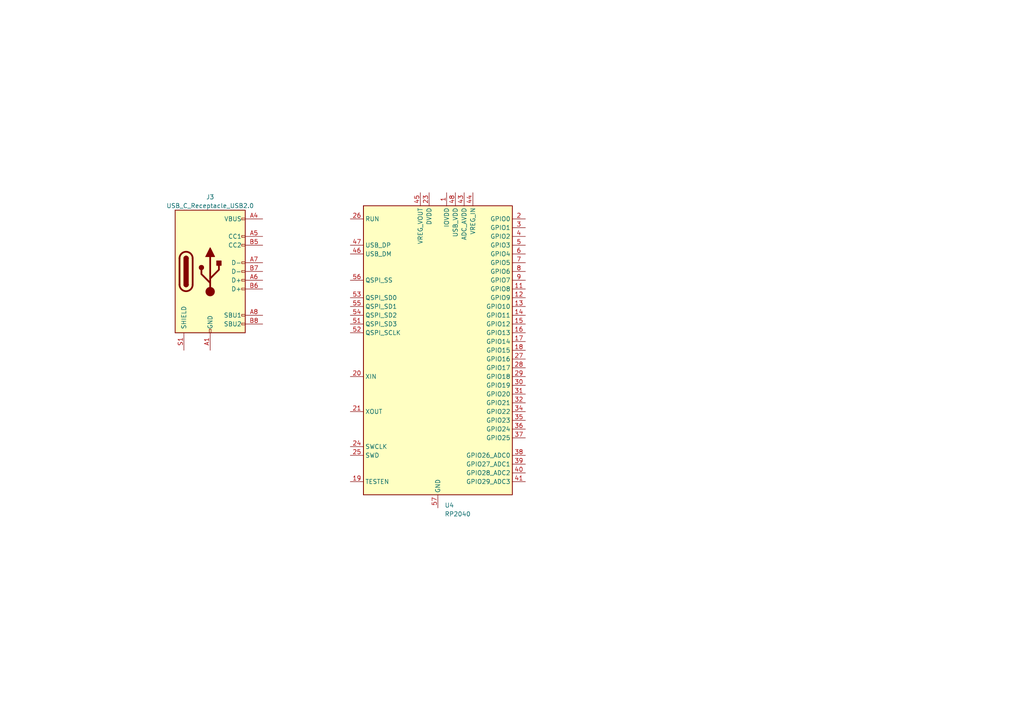
<source format=kicad_sch>
(kicad_sch (version 20230409) (generator eeschema)
  (paper "A4")
  (title_block (title "Power_RP2040") (company "MUREX Robotics") (comment 4 "Author: Max Liu"))
  (lib_symbols
    (symbol "Connector:USB_C_Receptacle_USB2.0" (pin_names (offset 1.016))
      (property "Reference" "J" (at -10.16 19.05 0))
      (property "Value" "USB_C_Receptacle_USB2.0" (at 19.05 19.05 0))
      (symbol "USB_C_Receptacle_USB2.0_0_0"
        (rectangle (start -0.254 -17.78) (end 0.254 -16.764))
        (rectangle (start 10.16 -14.986) (end 9.144 -15.494))
        (rectangle (start 10.16 -12.446) (end 9.144 -12.954))
        (rectangle (start 10.16 -4.826) (end 9.144 -5.334))
        (rectangle (start 10.16 -2.286) (end 9.144 -2.794))
        (rectangle (start 10.16 0.254) (end 9.144 -0.254))
        (rectangle (start 10.16 2.794) (end 9.144 2.286))
        (rectangle (start 10.16 7.874) (end 9.144 7.366))
        (rectangle (start 10.16 10.414) (end 9.144 9.906))
        (rectangle (start 10.16 15.494) (end 9.144 14.986))
      )
      (symbol "USB_C_Receptacle_USB2.0_0_1"
        (rectangle (start -10.16 17.78) (end 10.16 -17.78) (stroke (width 0.254)) (fill (type background)))
        (arc (start -8.89 -3.81) (mid -6.985 -5.7067) (end -5.08 -3.81) (stroke (width 0.508)))
        (arc (start -7.62 -3.81) (mid -6.985 -4.4423) (end -6.35 -3.81) (stroke (width 0.254)))
        (arc (start -7.62 -3.81) (mid -6.985 -4.4423) (end -6.35 -3.81) (stroke (width 0.254)) (fill (type outline)))
        (rectangle (start -7.62 -3.81) (end -6.35 3.81) (stroke (width 0.254)) (fill (type outline)))
        (arc (start -6.35 3.81) (mid -6.985 4.4423) (end -7.62 3.81) (stroke (width 0.254)))
        (arc (start -6.35 3.81) (mid -6.985 4.4423) (end -7.62 3.81) (stroke (width 0.254)) (fill (type outline)))
        (arc (start -5.08 3.81) (mid -6.985 5.7067) (end -8.89 3.81) (stroke (width 0.508)))
        (circle (center -2.54 1.143) (radius 0.635) (stroke (width 0.254)) (fill (type outline)))
        (circle (center 0 -5.842) (radius 1.27) (fill (type outline)))
        (polyline (pts (xy -8.89 -3.81) (xy -8.89 3.81)) (stroke (width 0.508)))
        (polyline (pts (xy -5.08 3.81) (xy -5.08 -3.81)) (stroke (width 0.508)))
        (polyline (pts (xy 0 -5.842) (xy 0 4.318)) (stroke (width 0.508)))
        (polyline (pts (xy 0 -3.302) (xy -2.54 -0.762) (xy -2.54 0.508)) (stroke (width 0.508)))
        (polyline (pts (xy 0 -2.032) (xy 2.54 0.508) (xy 2.54 1.778)) (stroke (width 0.508)))
        (polyline (pts (xy -1.27 4.318) (xy 0 6.858) (xy 1.27 4.318) (xy -1.27 4.318)) (stroke (width 0.254)) (fill (type outline)))
        (rectangle (start 1.905 1.778) (end 3.175 3.048) (stroke (width 0.254)) (fill (type outline)))
      )
      (symbol "USB_C_Receptacle_USB2.0_1_1"
        (pin passive line (at 0 -22.86 90) (length 5.08) (name "GND") (number "A1"))
        (pin passive line (at 0 -22.86 90) (length 5.08) hide (name "GND") (number "A12"))
        (pin passive line (at 15.24 15.24 180) (length 5.08) (name "VBUS") (number "A4"))
        (pin bidirectional line (at 15.24 10.16 180) (length 5.08) (name "CC1") (number "A5"))
        (pin bidirectional line (at 15.24 -2.54 180) (length 5.08) (name "D+") (number "A6"))
        (pin bidirectional line (at 15.24 2.54 180) (length 5.08) (name "D-") (number "A7"))
        (pin bidirectional line (at 15.24 -12.7 180) (length 5.08) (name "SBU1") (number "A8"))
        (pin passive line (at 15.24 15.24 180) (length 5.08) hide (name "VBUS") (number "A9"))
        (pin passive line (at 0 -22.86 90) (length 5.08) hide (name "GND") (number "B1"))
        (pin passive line (at 0 -22.86 90) (length 5.08) hide (name "GND") (number "B12"))
        (pin passive line (at 15.24 15.24 180) (length 5.08) hide (name "VBUS") (number "B4"))
        (pin bidirectional line (at 15.24 7.62 180) (length 5.08) (name "CC2") (number "B5"))
        (pin bidirectional line (at 15.24 -5.08 180) (length 5.08) (name "D+") (number "B6"))
        (pin bidirectional line (at 15.24 0 180) (length 5.08) (name "D-") (number "B7"))
        (pin bidirectional line (at 15.24 -15.24 180) (length 5.08) (name "SBU2") (number "B8"))
        (pin passive line (at 15.24 15.24 180) (length 5.08) hide (name "VBUS") (number "B9"))
        (pin passive line (at -7.62 -22.86 90) (length 5.08) (name "SHIELD") (number "S1"))
      )
    )
    (symbol "MCU_RaspberryPi:RP2040"
      (property "Reference" "U" (at 17.78 45.72 0))
      (property "Value" "RP2040" (at 17.78 43.18 0))
      (symbol "RP2040_0_1"
        (rectangle (start -21.59 41.91) (end 21.59 -41.91) (stroke (width 0.254)) (fill (type background)))
      )
      (symbol "RP2040_1_1"
        (pin power_in line (at 2.54 45.72 270) (length 3.81) (name "IOVDD") (number "1"))
        (pin passive line (at 2.54 45.72 270) (length 3.81) hide (name "IOVDD") (number "10"))
        (pin bidirectional line (at 25.4 17.78 180) (length 3.81) (name "GPIO8") (number "11"))
        (pin bidirectional line (at 25.4 15.24 180) (length 3.81) (name "GPIO9") (number "12"))
        (pin bidirectional line (at 25.4 12.7 180) (length 3.81) (name "GPIO10") (number "13"))
        (pin bidirectional line (at 25.4 10.16 180) (length 3.81) (name "GPIO11") (number "14"))
        (pin bidirectional line (at 25.4 7.62 180) (length 3.81) (name "GPIO12") (number "15"))
        (pin bidirectional line (at 25.4 5.08 180) (length 3.81) (name "GPIO13") (number "16"))
        (pin bidirectional line (at 25.4 2.54 180) (length 3.81) (name "GPIO14") (number "17"))
        (pin bidirectional line (at 25.4 0 180) (length 3.81) (name "GPIO15") (number "18"))
        (pin input line (at -25.4 -38.1 0) (length 3.81) (name "TESTEN") (number "19"))
        (pin bidirectional line (at 25.4 38.1 180) (length 3.81) (name "GPIO0") (number "2"))
        (pin input line (at -25.4 -7.62 0) (length 3.81) (name "XIN") (number "20"))
        (pin passive line (at -25.4 -17.78 0) (length 3.81) (name "XOUT") (number "21"))
        (pin passive line (at 2.54 45.72 270) (length 3.81) hide (name "IOVDD") (number "22"))
        (pin power_in line (at -2.54 45.72 270) (length 3.81) (name "DVDD") (number "23"))
        (pin input line (at -25.4 -27.94 0) (length 3.81) (name "SWCLK") (number "24"))
        (pin bidirectional line (at -25.4 -30.48 0) (length 3.81) (name "SWD") (number "25"))
        (pin input line (at -25.4 38.1 0) (length 3.81) (name "RUN") (number "26"))
        (pin bidirectional line (at 25.4 -2.54 180) (length 3.81) (name "GPIO16") (number "27"))
        (pin bidirectional line (at 25.4 -5.08 180) (length 3.81) (name "GPIO17") (number "28"))
        (pin bidirectional line (at 25.4 -7.62 180) (length 3.81) (name "GPIO18") (number "29"))
        (pin bidirectional line (at 25.4 35.56 180) (length 3.81) (name "GPIO1") (number "3"))
        (pin bidirectional line (at 25.4 -10.16 180) (length 3.81) (name "GPIO19") (number "30"))
        (pin bidirectional line (at 25.4 -12.7 180) (length 3.81) (name "GPIO20") (number "31"))
        (pin bidirectional line (at 25.4 -15.24 180) (length 3.81) (name "GPIO21") (number "32"))
        (pin passive line (at 2.54 45.72 270) (length 3.81) hide (name "IOVDD") (number "33"))
        (pin bidirectional line (at 25.4 -17.78 180) (length 3.81) (name "GPIO22") (number "34"))
        (pin bidirectional line (at 25.4 -20.32 180) (length 3.81) (name "GPIO23") (number "35"))
        (pin bidirectional line (at 25.4 -22.86 180) (length 3.81) (name "GPIO24") (number "36"))
        (pin bidirectional line (at 25.4 -25.4 180) (length 3.81) (name "GPIO25") (number "37"))
        (pin bidirectional line (at 25.4 -30.48 180) (length 3.81) (name "GPIO26_ADC0") (number "38"))
        (pin bidirectional line (at 25.4 -33.02 180) (length 3.81) (name "GPIO27_ADC1") (number "39"))
        (pin bidirectional line (at 25.4 33.02 180) (length 3.81) (name "GPIO2") (number "4"))
        (pin bidirectional line (at 25.4 -35.56 180) (length 3.81) (name "GPIO28_ADC2") (number "40"))
        (pin bidirectional line (at 25.4 -38.1 180) (length 3.81) (name "GPIO29_ADC3") (number "41"))
        (pin passive line (at 2.54 45.72 270) (length 3.81) hide (name "IOVDD") (number "42"))
        (pin power_in line (at 7.62 45.72 270) (length 3.81) (name "ADC_AVDD") (number "43"))
        (pin power_in line (at 10.16 45.72 270) (length 3.81) (name "VREG_IN") (number "44"))
        (pin power_out line (at -5.08 45.72 270) (length 3.81) (name "VREG_VOUT") (number "45"))
        (pin bidirectional line (at -25.4 27.94 0) (length 3.81) (name "USB_DM") (number "46"))
        (pin bidirectional line (at -25.4 30.48 0) (length 3.81) (name "USB_DP") (number "47"))
        (pin power_in line (at 5.08 45.72 270) (length 3.81) (name "USB_VDD") (number "48"))
        (pin passive line (at 2.54 45.72 270) (length 3.81) hide (name "IOVDD") (number "49"))
        (pin bidirectional line (at 25.4 30.48 180) (length 3.81) (name "GPIO3") (number "5"))
        (pin passive line (at -2.54 45.72 270) (length 3.81) hide (name "DVDD") (number "50"))
        (pin bidirectional line (at -25.4 7.62 0) (length 3.81) (name "QSPI_SD3") (number "51"))
        (pin output line (at -25.4 5.08 0) (length 3.81) (name "QSPI_SCLK") (number "52"))
        (pin bidirectional line (at -25.4 15.24 0) (length 3.81) (name "QSPI_SD0") (number "53"))
        (pin bidirectional line (at -25.4 10.16 0) (length 3.81) (name "QSPI_SD2") (number "54"))
        (pin bidirectional line (at -25.4 12.7 0) (length 3.81) (name "QSPI_SD1") (number "55"))
        (pin bidirectional line (at -25.4 20.32 0) (length 3.81) (name "QSPI_SS") (number "56"))
        (pin power_in line (at 0 -45.72 90) (length 3.81) (name "GND") (number "57"))
        (pin bidirectional line (at 25.4 27.94 180) (length 3.81) (name "GPIO4") (number "6"))
        (pin bidirectional line (at 25.4 25.4 180) (length 3.81) (name "GPIO5") (number "7"))
        (pin bidirectional line (at 25.4 22.86 180) (length 3.81) (name "GPIO6") (number "8"))
        (pin bidirectional line (at 25.4 20.32 180) (length 3.81) (name "GPIO7") (number "9"))
      )
    )
  )
  (symbol (lib_id "Connector:USB_C_Receptacle_USB2.0") (at 60.96 78.74 0) (unit 1)
    (property "Reference" "J3" (at 60.96 57.15 0))
    (property "Value" "USB_C_Receptacle_USB2.0" (at 60.96 59.69 0))
    (property "Datasheet" "https://www.usb.org/sites/default/files/documents/usb_type-c.zip" (effects hide))
  )
  (symbol (lib_id "MCU_RaspberryPi:RP2040") (at 127 101.6 0) (unit 1)
    (property "Reference" "U4" (at 128.9559 146.558 0) (effects (justify left)))
    (property "Value" "RP2040" (at 128.9559 149.098 0) (effects (justify left)))
    (property "Footprint" "Package_DFN_QFN:QFN-56-1EP_7x7mm_P0.4mm_EP3.2x3.2mm" (effects hide))
    (property "Datasheet" "https://datasheets.raspberrypi.com/rp2040/rp2040-datasheet.pdf" (effects hide))
  )
)
</source>
